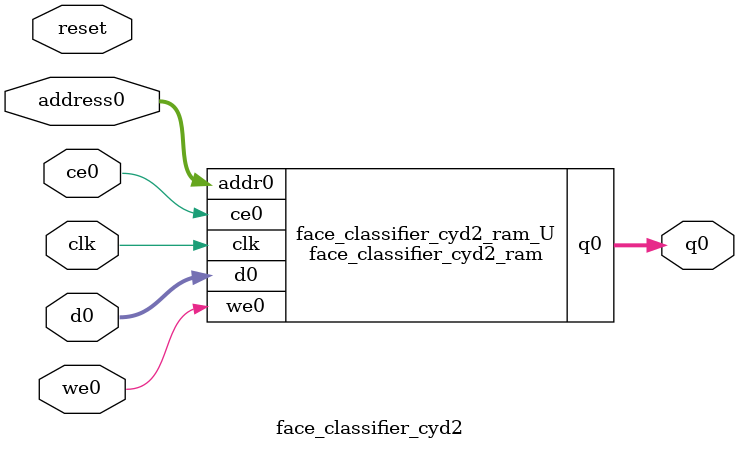
<source format=v>

`timescale 1 ns / 1 ps
module face_classifier_cyd2_ram (addr0, ce0, d0, we0, q0,  clk);

parameter DWIDTH = 32;
parameter AWIDTH = 19;
parameter MEM_SIZE = 262200;

input[AWIDTH-1:0] addr0;
input ce0;
input[DWIDTH-1:0] d0;
input we0;
output reg[DWIDTH-1:0] q0;
input clk;

(* ram_style = "block" *)reg [DWIDTH-1:0] ram[0:MEM_SIZE-1];




always @(posedge clk)  
begin 
    if (ce0) 
    begin
        if (we0) 
        begin 
            ram[addr0] <= d0; 
            q0 <= d0;
        end 
        else 
            q0 <= ram[addr0];
    end
end


endmodule


`timescale 1 ns / 1 ps
module face_classifier_cyd2(
    reset,
    clk,
    address0,
    ce0,
    we0,
    d0,
    q0);

parameter DataWidth = 32'd32;
parameter AddressRange = 32'd262200;
parameter AddressWidth = 32'd19;
input reset;
input clk;
input[AddressWidth - 1:0] address0;
input ce0;
input we0;
input[DataWidth - 1:0] d0;
output[DataWidth - 1:0] q0;



face_classifier_cyd2_ram face_classifier_cyd2_ram_U(
    .clk( clk ),
    .addr0( address0 ),
    .ce0( ce0 ),
    .we0( we0 ),
    .d0( d0 ),
    .q0( q0 ));

endmodule


</source>
